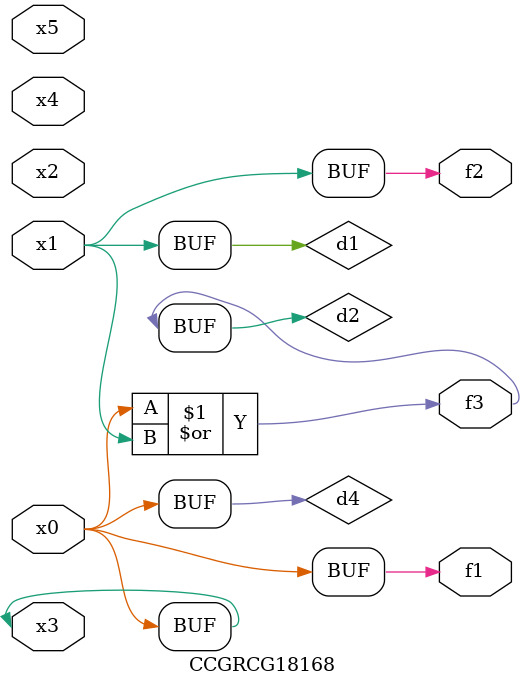
<source format=v>
module CCGRCG18168(
	input x0, x1, x2, x3, x4, x5,
	output f1, f2, f3
);

	wire d1, d2, d3, d4;

	and (d1, x1);
	or (d2, x0, x1);
	nand (d3, x0, x5);
	buf (d4, x0, x3);
	assign f1 = d4;
	assign f2 = d1;
	assign f3 = d2;
endmodule

</source>
